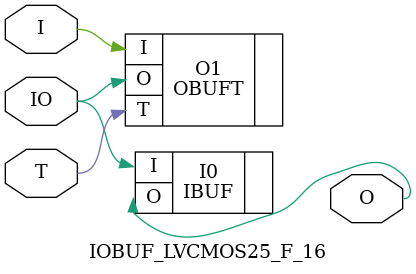
<source format=v>


`timescale  1 ps / 1 ps


module IOBUF_LVCMOS25_F_16 (O, IO, I, T);

    output O;

    inout  IO;

    input  I, T;

        OBUFT #(.IOSTANDARD("LVCMOS25"), .SLEW("FAST"), .DRIVE(16)) O1 (.O(IO), .I(I), .T(T)); 
	IBUF #(.IOSTANDARD("LVCMOS25"))  I0 (.O(O), .I(IO));
        

endmodule



</source>
